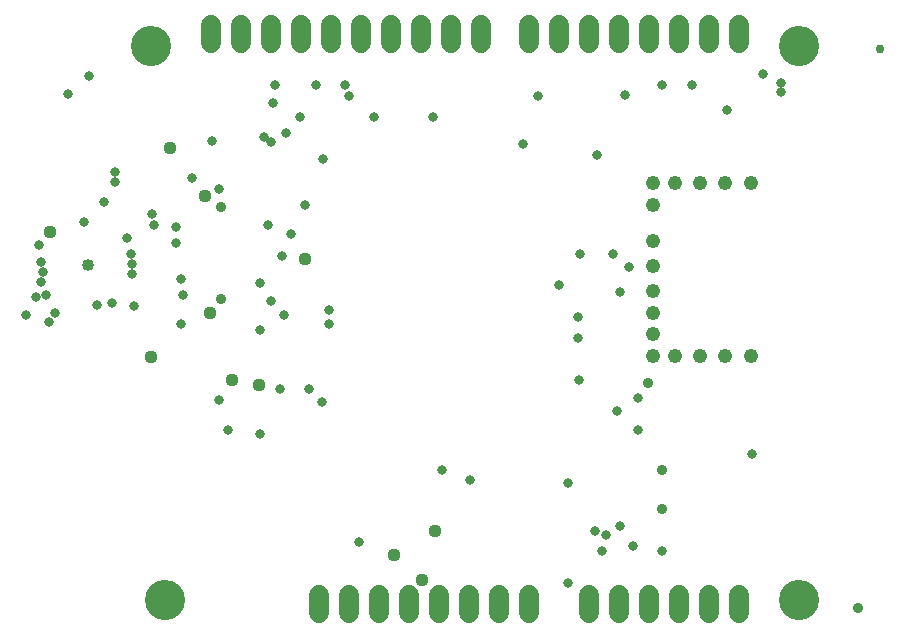
<source format=gbs>
G75*
%MOIN*%
%OFA0B0*%
%FSLAX25Y25*%
%IPPOS*%
%LPD*%
%AMOC8*
5,1,8,0,0,1.08239X$1,22.5*
%
%ADD10C,0.06737*%
%ADD11C,0.13398*%
%ADD12C,0.03200*%
%ADD13C,0.04000*%
%ADD14C,0.04400*%
%ADD15C,0.03000*%
%ADD16C,0.03600*%
%ADD17C,0.04762*%
D10*
X0137048Y0023231D02*
X0137048Y0029169D01*
X0147048Y0029169D02*
X0147048Y0023231D01*
X0157048Y0023231D02*
X0157048Y0029169D01*
X0167048Y0029169D02*
X0167048Y0023231D01*
X0177048Y0023231D02*
X0177048Y0029169D01*
X0187048Y0029169D02*
X0187048Y0023231D01*
X0197048Y0023231D02*
X0197048Y0029169D01*
X0207048Y0029169D02*
X0207048Y0023231D01*
X0227048Y0023231D02*
X0227048Y0029169D01*
X0237048Y0029169D02*
X0237048Y0023231D01*
X0247048Y0023231D02*
X0247048Y0029169D01*
X0257048Y0029169D02*
X0257048Y0023231D01*
X0267048Y0023231D02*
X0267048Y0029169D01*
X0277048Y0029169D02*
X0277048Y0023231D01*
X0277048Y0213231D02*
X0277048Y0219169D01*
X0267048Y0219169D02*
X0267048Y0213231D01*
X0257048Y0213231D02*
X0257048Y0219169D01*
X0247048Y0219169D02*
X0247048Y0213231D01*
X0237048Y0213231D02*
X0237048Y0219169D01*
X0227048Y0219169D02*
X0227048Y0213231D01*
X0217048Y0213231D02*
X0217048Y0219169D01*
X0207048Y0219169D02*
X0207048Y0213231D01*
X0191048Y0213231D02*
X0191048Y0219169D01*
X0181048Y0219169D02*
X0181048Y0213231D01*
X0171048Y0213231D02*
X0171048Y0219169D01*
X0161048Y0219169D02*
X0161048Y0213231D01*
X0151048Y0213231D02*
X0151048Y0219169D01*
X0141048Y0219169D02*
X0141048Y0213231D01*
X0131048Y0213231D02*
X0131048Y0219169D01*
X0121048Y0219169D02*
X0121048Y0213231D01*
X0111048Y0213231D02*
X0111048Y0219169D01*
X0101048Y0219169D02*
X0101048Y0213231D01*
D11*
X0085898Y0027300D03*
X0297348Y0027300D03*
X0297348Y0212100D03*
X0081098Y0212100D03*
D12*
X0060648Y0202200D03*
X0053448Y0196200D03*
X0069071Y0170181D03*
X0069048Y0166800D03*
X0065448Y0160200D03*
X0058848Y0153600D03*
X0073248Y0148200D03*
X0074448Y0142800D03*
X0074982Y0139355D03*
X0074808Y0136200D03*
X0068356Y0126322D03*
X0063249Y0125843D03*
X0075648Y0125400D03*
X0091848Y0129000D03*
X0091248Y0134400D03*
X0089448Y0146400D03*
X0089448Y0151800D03*
X0082248Y0152400D03*
X0081648Y0156000D03*
X0094848Y0168000D03*
X0103848Y0164400D03*
X0120048Y0152400D03*
X0127848Y0149400D03*
X0124848Y0142200D03*
X0117648Y0133200D03*
X0121248Y0127200D03*
X0125448Y0122400D03*
X0117648Y0117600D03*
X0140448Y0119400D03*
X0140448Y0124200D03*
X0133848Y0097800D03*
X0138048Y0093600D03*
X0124248Y0097800D03*
X0103848Y0094200D03*
X0106848Y0084000D03*
X0117648Y0082800D03*
X0150648Y0046800D03*
X0178248Y0070800D03*
X0187491Y0067453D03*
X0220248Y0066600D03*
X0229248Y0050400D03*
X0232848Y0049200D03*
X0237648Y0052200D03*
X0241848Y0045600D03*
X0231648Y0043800D03*
X0220248Y0033000D03*
X0251448Y0043800D03*
X0281673Y0076275D03*
X0243648Y0084000D03*
X0236448Y0090600D03*
X0243648Y0094800D03*
X0223848Y0100800D03*
X0223648Y0114800D03*
X0223448Y0121800D03*
X0217248Y0132600D03*
X0224161Y0142804D03*
X0235248Y0142800D03*
X0240648Y0138600D03*
X0237648Y0130200D03*
X0229969Y0175857D03*
X0205248Y0179400D03*
X0210048Y0195600D03*
X0239242Y0195691D03*
X0251448Y0199200D03*
X0261648Y0199200D03*
X0273048Y0190800D03*
X0285048Y0202800D03*
X0291048Y0199800D03*
X0291048Y0196800D03*
X0175248Y0188400D03*
X0155448Y0188400D03*
X0147040Y0195341D03*
X0145848Y0199200D03*
X0136248Y0199200D03*
X0130848Y0188400D03*
X0126048Y0183000D03*
X0121248Y0180000D03*
X0118848Y0181800D03*
X0101448Y0180600D03*
X0121848Y0193200D03*
X0122448Y0199200D03*
X0138648Y0174600D03*
X0132648Y0159000D03*
X0091248Y0119400D03*
X0049276Y0123006D03*
X0047238Y0120259D03*
X0039648Y0122400D03*
X0042771Y0128569D03*
X0046230Y0129203D03*
X0044555Y0133523D03*
X0045071Y0136731D03*
X0044448Y0139995D03*
X0043848Y0145800D03*
D13*
X0060048Y0139100D03*
D14*
X0047448Y0150000D03*
X0087648Y0178200D03*
X0099048Y0162000D03*
X0132648Y0141000D03*
X0100848Y0123000D03*
X0081048Y0108600D03*
X0108048Y0100800D03*
X0117048Y0099000D03*
X0175848Y0050400D03*
X0162259Y0042600D03*
X0171648Y0034200D03*
D15*
X0324048Y0211200D03*
D16*
X0246798Y0099750D03*
X0251523Y0070875D03*
X0251373Y0057675D03*
X0316981Y0024881D03*
X0104448Y0127800D03*
X0104448Y0158400D03*
D17*
X0248648Y0159200D03*
X0248648Y0166400D03*
X0255848Y0166400D03*
X0264248Y0166400D03*
X0272648Y0166400D03*
X0281048Y0166400D03*
X0248648Y0147200D03*
X0248648Y0138800D03*
X0248648Y0130400D03*
X0248648Y0123200D03*
X0248648Y0116000D03*
X0248648Y0108800D03*
X0255848Y0108800D03*
X0264248Y0108800D03*
X0272648Y0108800D03*
X0281048Y0108800D03*
M02*

</source>
